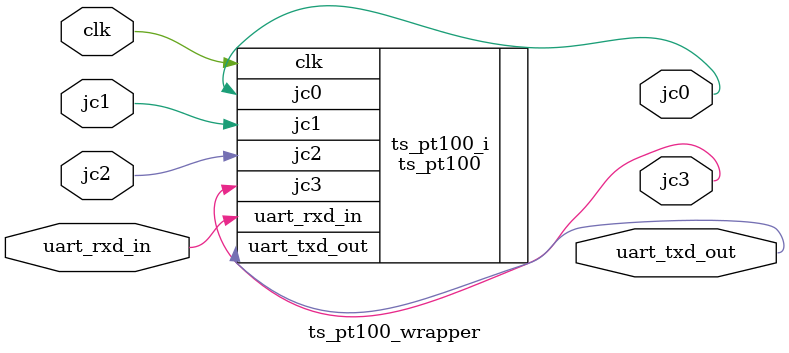
<source format=v>
`timescale 1 ps / 1 ps

module ts_pt100_wrapper
   (clk,
    jc0,
    jc1,
    jc2,
    jc3,
    uart_rxd_in,
    uart_txd_out);
  input clk;
  output jc0;
  input jc1;
  input jc2;
  output jc3;
  input uart_rxd_in;
  output uart_txd_out;

  wire clk;
  wire jc0;
  wire jc1;
  wire jc2;
  wire jc3;
  wire uart_rxd_in;
  wire uart_txd_out;

  ts_pt100 ts_pt100_i
       (.clk(clk),
        .jc0(jc0),
        .jc1(jc1),
        .jc2(jc2),
        .jc3(jc3),
        .uart_rxd_in(uart_rxd_in),
        .uart_txd_out(uart_txd_out));
endmodule

</source>
